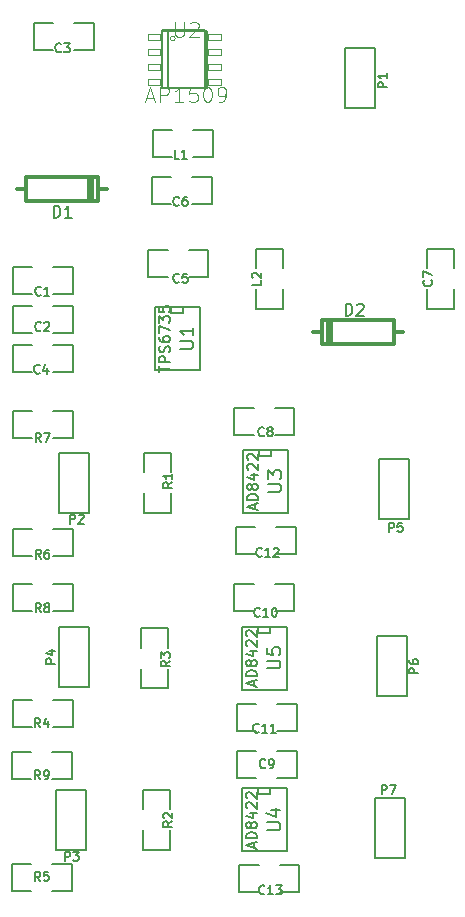
<source format=gto>
G04 (created by PCBNEW-RS274X (2011-05-25)-stable) date lun 09 dic 2013 14:07:25 CLST*
G01*
G70*
G90*
%MOIN*%
G04 Gerber Fmt 3.4, Leading zero omitted, Abs format*
%FSLAX34Y34*%
G04 APERTURE LIST*
%ADD10C,0.006000*%
%ADD11C,0.005000*%
%ADD12C,0.012000*%
%ADD13C,0.002600*%
%ADD14C,0.008000*%
%ADD15C,0.002500*%
%ADD16C,0.003500*%
G04 APERTURE END LIST*
G54D10*
G54D11*
X43489Y-47784D02*
X43439Y-47784D01*
X43439Y-47784D02*
X43439Y-49884D01*
X44939Y-49884D02*
X44939Y-47784D01*
X44939Y-47784D02*
X43489Y-47784D01*
X44389Y-47784D02*
X44389Y-47984D01*
X44389Y-47984D02*
X43989Y-47984D01*
X43989Y-47984D02*
X43989Y-47784D01*
X44939Y-49884D02*
X43439Y-49884D01*
X46387Y-58438D02*
X46337Y-58438D01*
X46337Y-58438D02*
X46337Y-60538D01*
X47837Y-60538D02*
X47837Y-58438D01*
X47837Y-58438D02*
X46387Y-58438D01*
X47287Y-58438D02*
X47287Y-58638D01*
X47287Y-58638D02*
X46887Y-58638D01*
X46887Y-58638D02*
X46887Y-58438D01*
X47837Y-60538D02*
X46337Y-60538D01*
X46387Y-63832D02*
X46337Y-63832D01*
X46337Y-63832D02*
X46337Y-65932D01*
X47837Y-65932D02*
X47837Y-63832D01*
X47837Y-63832D02*
X46387Y-63832D01*
X47287Y-63832D02*
X47287Y-64032D01*
X47287Y-64032D02*
X46887Y-64032D01*
X46887Y-64032D02*
X46887Y-63832D01*
X47837Y-65932D02*
X46337Y-65932D01*
X46421Y-52545D02*
X46371Y-52545D01*
X46371Y-52545D02*
X46371Y-54645D01*
X47871Y-54645D02*
X47871Y-52545D01*
X47871Y-52545D02*
X46421Y-52545D01*
X47321Y-52545D02*
X47321Y-52745D01*
X47321Y-52745D02*
X46921Y-52745D01*
X46921Y-52745D02*
X46921Y-52545D01*
X47871Y-54645D02*
X46371Y-54645D01*
X43981Y-52635D02*
X43081Y-52635D01*
X43081Y-52635D02*
X43081Y-53285D01*
X43981Y-53985D02*
X43981Y-54635D01*
X43981Y-54635D02*
X43081Y-54635D01*
X43081Y-54635D02*
X43081Y-53985D01*
X43981Y-53285D02*
X43981Y-52635D01*
X46086Y-51165D02*
X46086Y-52065D01*
X46086Y-52065D02*
X46736Y-52065D01*
X47436Y-51165D02*
X48086Y-51165D01*
X48086Y-51165D02*
X48086Y-52065D01*
X48086Y-52065D02*
X47436Y-52065D01*
X46736Y-51165D02*
X46086Y-51165D01*
X46087Y-57030D02*
X46087Y-57930D01*
X46087Y-57930D02*
X46737Y-57930D01*
X47437Y-57030D02*
X48087Y-57030D01*
X48087Y-57030D02*
X48087Y-57930D01*
X48087Y-57930D02*
X47437Y-57930D01*
X46737Y-57030D02*
X46087Y-57030D01*
X46165Y-62581D02*
X46165Y-63481D01*
X46165Y-63481D02*
X46815Y-63481D01*
X47515Y-62581D02*
X48165Y-62581D01*
X48165Y-62581D02*
X48165Y-63481D01*
X48165Y-63481D02*
X47515Y-63481D01*
X46815Y-62581D02*
X46165Y-62581D01*
X46244Y-66400D02*
X46244Y-67300D01*
X46244Y-67300D02*
X46894Y-67300D01*
X47594Y-66400D02*
X48244Y-66400D01*
X48244Y-66400D02*
X48244Y-67300D01*
X48244Y-67300D02*
X47594Y-67300D01*
X46894Y-66400D02*
X46244Y-66400D01*
X46126Y-55102D02*
X46126Y-56002D01*
X46126Y-56002D02*
X46776Y-56002D01*
X47476Y-55102D02*
X48126Y-55102D01*
X48126Y-55102D02*
X48126Y-56002D01*
X48126Y-56002D02*
X47476Y-56002D01*
X46776Y-55102D02*
X46126Y-55102D01*
X46165Y-61007D02*
X46165Y-61907D01*
X46165Y-61907D02*
X46815Y-61907D01*
X47515Y-61007D02*
X48165Y-61007D01*
X48165Y-61007D02*
X48165Y-61907D01*
X48165Y-61907D02*
X47515Y-61907D01*
X46815Y-61007D02*
X46165Y-61007D01*
X43875Y-58488D02*
X42975Y-58488D01*
X42975Y-58488D02*
X42975Y-59138D01*
X43875Y-59838D02*
X43875Y-60488D01*
X43875Y-60488D02*
X42975Y-60488D01*
X42975Y-60488D02*
X42975Y-59838D01*
X43875Y-59138D02*
X43875Y-58488D01*
X43954Y-63882D02*
X43054Y-63882D01*
X43054Y-63882D02*
X43054Y-64532D01*
X43954Y-65232D02*
X43954Y-65882D01*
X43954Y-65882D02*
X43054Y-65882D01*
X43054Y-65882D02*
X43054Y-65232D01*
X43954Y-64532D02*
X43954Y-63882D01*
X53402Y-45850D02*
X52502Y-45850D01*
X52502Y-45850D02*
X52502Y-46500D01*
X53402Y-47200D02*
X53402Y-47850D01*
X53402Y-47850D02*
X52502Y-47850D01*
X52502Y-47850D02*
X52502Y-47200D01*
X53402Y-46500D02*
X53402Y-45850D01*
X38704Y-46467D02*
X38704Y-47367D01*
X38704Y-47367D02*
X39354Y-47367D01*
X40054Y-46467D02*
X40704Y-46467D01*
X40704Y-46467D02*
X40704Y-47367D01*
X40704Y-47367D02*
X40054Y-47367D01*
X39354Y-46467D02*
X38704Y-46467D01*
X38704Y-47758D02*
X38704Y-48658D01*
X38704Y-48658D02*
X39354Y-48658D01*
X40054Y-47758D02*
X40704Y-47758D01*
X40704Y-47758D02*
X40704Y-48658D01*
X40704Y-48658D02*
X40054Y-48658D01*
X39354Y-47758D02*
X38704Y-47758D01*
X38704Y-49057D02*
X38704Y-49957D01*
X38704Y-49957D02*
X39354Y-49957D01*
X40054Y-49057D02*
X40704Y-49057D01*
X40704Y-49057D02*
X40704Y-49957D01*
X40704Y-49957D02*
X40054Y-49957D01*
X39354Y-49057D02*
X38704Y-49057D01*
X47694Y-45850D02*
X46794Y-45850D01*
X46794Y-45850D02*
X46794Y-46500D01*
X47694Y-47200D02*
X47694Y-47850D01*
X47694Y-47850D02*
X46794Y-47850D01*
X46794Y-47850D02*
X46794Y-47200D01*
X47694Y-46500D02*
X47694Y-45850D01*
X43212Y-45888D02*
X43212Y-46788D01*
X43212Y-46788D02*
X43862Y-46788D01*
X44562Y-45888D02*
X45212Y-45888D01*
X45212Y-45888D02*
X45212Y-46788D01*
X45212Y-46788D02*
X44562Y-46788D01*
X43862Y-45888D02*
X43212Y-45888D01*
X43371Y-41873D02*
X43371Y-42773D01*
X43371Y-42773D02*
X44021Y-42773D01*
X44721Y-41873D02*
X45371Y-41873D01*
X45371Y-41873D02*
X45371Y-42773D01*
X45371Y-42773D02*
X44721Y-42773D01*
X44021Y-41873D02*
X43371Y-41873D01*
X43332Y-43448D02*
X43332Y-44348D01*
X43332Y-44348D02*
X43982Y-44348D01*
X44682Y-43448D02*
X45332Y-43448D01*
X45332Y-43448D02*
X45332Y-44348D01*
X45332Y-44348D02*
X44682Y-44348D01*
X43982Y-43448D02*
X43332Y-43448D01*
X39395Y-38330D02*
X39395Y-39230D01*
X39395Y-39230D02*
X40045Y-39230D01*
X40745Y-38330D02*
X41395Y-38330D01*
X41395Y-38330D02*
X41395Y-39230D01*
X41395Y-39230D02*
X40745Y-39230D01*
X40045Y-38330D02*
X39395Y-38330D01*
G54D10*
X50917Y-52859D02*
X51917Y-52859D01*
X51917Y-52859D02*
X51917Y-54859D01*
X51917Y-54859D02*
X50917Y-54859D01*
X50917Y-54859D02*
X50917Y-52859D01*
X50839Y-58764D02*
X51839Y-58764D01*
X51839Y-58764D02*
X51839Y-60764D01*
X51839Y-60764D02*
X50839Y-60764D01*
X50839Y-60764D02*
X50839Y-58764D01*
X50760Y-64157D02*
X51760Y-64157D01*
X51760Y-64157D02*
X51760Y-66157D01*
X51760Y-66157D02*
X50760Y-66157D01*
X50760Y-66157D02*
X50760Y-64157D01*
X41248Y-60449D02*
X40248Y-60449D01*
X40248Y-60449D02*
X40248Y-58449D01*
X40248Y-58449D02*
X41248Y-58449D01*
X41248Y-58449D02*
X41248Y-60449D01*
X50776Y-41157D02*
X49776Y-41157D01*
X49776Y-41157D02*
X49776Y-39157D01*
X49776Y-39157D02*
X50776Y-39157D01*
X50776Y-39157D02*
X50776Y-41157D01*
X41248Y-54662D02*
X40248Y-54662D01*
X40248Y-54662D02*
X40248Y-52662D01*
X40248Y-52662D02*
X41248Y-52662D01*
X41248Y-52662D02*
X41248Y-54662D01*
X41130Y-65882D02*
X40130Y-65882D01*
X40130Y-65882D02*
X40130Y-63882D01*
X40130Y-63882D02*
X41130Y-63882D01*
X41130Y-63882D02*
X41130Y-65882D01*
G54D12*
X41854Y-43858D02*
X41554Y-43858D01*
X41554Y-43858D02*
X41554Y-43458D01*
X41554Y-43458D02*
X39154Y-43458D01*
X39154Y-43458D02*
X39154Y-43858D01*
X39154Y-43858D02*
X38854Y-43858D01*
X39154Y-43858D02*
X39154Y-44258D01*
X39154Y-44258D02*
X41554Y-44258D01*
X41554Y-44258D02*
X41554Y-43858D01*
X41354Y-43458D02*
X41354Y-44258D01*
X41254Y-44258D02*
X41254Y-43458D01*
X48696Y-48622D02*
X48996Y-48622D01*
X48996Y-48622D02*
X48996Y-49022D01*
X48996Y-49022D02*
X51396Y-49022D01*
X51396Y-49022D02*
X51396Y-48622D01*
X51396Y-48622D02*
X51696Y-48622D01*
X51396Y-48622D02*
X51396Y-48222D01*
X51396Y-48222D02*
X48996Y-48222D01*
X48996Y-48222D02*
X48996Y-48622D01*
X49196Y-49022D02*
X49196Y-48222D01*
X49296Y-48222D02*
X49296Y-49022D01*
G54D13*
X43191Y-38682D02*
X43191Y-38875D01*
X43191Y-38875D02*
X43624Y-38875D01*
X43624Y-38682D02*
X43624Y-38875D01*
X43191Y-38682D02*
X43624Y-38682D01*
X43191Y-39182D02*
X43191Y-39375D01*
X43191Y-39375D02*
X43624Y-39375D01*
X43624Y-39182D02*
X43624Y-39375D01*
X43191Y-39182D02*
X43624Y-39182D01*
X43191Y-39681D02*
X43191Y-39874D01*
X43191Y-39874D02*
X43624Y-39874D01*
X43624Y-39681D02*
X43624Y-39874D01*
X43191Y-39681D02*
X43624Y-39681D01*
X43191Y-40181D02*
X43191Y-40374D01*
X43191Y-40374D02*
X43624Y-40374D01*
X43624Y-40181D02*
X43624Y-40374D01*
X43191Y-40181D02*
X43624Y-40181D01*
X45198Y-40181D02*
X45198Y-40374D01*
X45198Y-40374D02*
X45631Y-40374D01*
X45631Y-40181D02*
X45631Y-40374D01*
X45198Y-40181D02*
X45631Y-40181D01*
X45198Y-39681D02*
X45198Y-39874D01*
X45198Y-39874D02*
X45631Y-39874D01*
X45631Y-39681D02*
X45631Y-39874D01*
X45198Y-39681D02*
X45631Y-39681D01*
X45198Y-39182D02*
X45198Y-39375D01*
X45198Y-39375D02*
X45631Y-39375D01*
X45631Y-39182D02*
X45631Y-39375D01*
X45198Y-39182D02*
X45631Y-39182D01*
X45198Y-38682D02*
X45198Y-38875D01*
X45198Y-38875D02*
X45631Y-38875D01*
X45631Y-38682D02*
X45631Y-38875D01*
X45198Y-38682D02*
X45631Y-38682D01*
G54D14*
X45159Y-40472D02*
X43860Y-40472D01*
X43860Y-40472D02*
X43663Y-40472D01*
X43663Y-40472D02*
X43663Y-38584D01*
X43663Y-38584D02*
X43860Y-38584D01*
X43860Y-38584D02*
X45159Y-38584D01*
X45159Y-38584D02*
X45159Y-40472D01*
X43860Y-40472D02*
X43860Y-38584D01*
G54D11*
X45119Y-38544D02*
X45119Y-40472D01*
X45119Y-40472D02*
X43663Y-40472D01*
X43663Y-40472D02*
X43663Y-38544D01*
X43663Y-38544D02*
X45119Y-38544D01*
G54D15*
X44095Y-38820D02*
X44093Y-38834D01*
X44089Y-38849D01*
X44082Y-38862D01*
X44072Y-38874D01*
X44061Y-38883D01*
X44047Y-38890D01*
X44033Y-38895D01*
X44018Y-38896D01*
X44004Y-38895D01*
X43990Y-38891D01*
X43976Y-38884D01*
X43965Y-38875D01*
X43955Y-38863D01*
X43948Y-38850D01*
X43943Y-38836D01*
X43942Y-38821D01*
X43943Y-38807D01*
X43947Y-38792D01*
X43954Y-38779D01*
X43963Y-38767D01*
X43975Y-38757D01*
X43988Y-38750D01*
X44002Y-38745D01*
X44017Y-38744D01*
X44031Y-38745D01*
X44045Y-38749D01*
X44059Y-38755D01*
X44071Y-38765D01*
X44080Y-38776D01*
X44088Y-38789D01*
X44093Y-38803D01*
X44094Y-38818D01*
X44095Y-38820D01*
G54D11*
X40669Y-63525D02*
X40669Y-62625D01*
X40669Y-62625D02*
X40019Y-62625D01*
X39319Y-63525D02*
X38669Y-63525D01*
X38669Y-63525D02*
X38669Y-62625D01*
X38669Y-62625D02*
X39319Y-62625D01*
X40019Y-63525D02*
X40669Y-63525D01*
X40701Y-57926D02*
X40701Y-57026D01*
X40701Y-57026D02*
X40051Y-57026D01*
X39351Y-57926D02*
X38701Y-57926D01*
X38701Y-57926D02*
X38701Y-57026D01*
X38701Y-57026D02*
X39351Y-57026D01*
X40051Y-57926D02*
X40701Y-57926D01*
X40701Y-52167D02*
X40701Y-51267D01*
X40701Y-51267D02*
X40051Y-51267D01*
X39351Y-52167D02*
X38701Y-52167D01*
X38701Y-52167D02*
X38701Y-51267D01*
X38701Y-51267D02*
X39351Y-51267D01*
X40051Y-52167D02*
X40701Y-52167D01*
X40669Y-67241D02*
X40669Y-66341D01*
X40669Y-66341D02*
X40019Y-66341D01*
X39319Y-67241D02*
X38669Y-67241D01*
X38669Y-67241D02*
X38669Y-66341D01*
X38669Y-66341D02*
X39319Y-66341D01*
X40019Y-67241D02*
X40669Y-67241D01*
X40701Y-61769D02*
X40701Y-60869D01*
X40701Y-60869D02*
X40051Y-60869D01*
X39351Y-61769D02*
X38701Y-61769D01*
X38701Y-61769D02*
X38701Y-60869D01*
X38701Y-60869D02*
X39351Y-60869D01*
X40051Y-61769D02*
X40701Y-61769D01*
X40701Y-56100D02*
X40701Y-55200D01*
X40701Y-55200D02*
X40051Y-55200D01*
X39351Y-56100D02*
X38701Y-56100D01*
X38701Y-56100D02*
X38701Y-55200D01*
X38701Y-55200D02*
X39351Y-55200D01*
X40051Y-56100D02*
X40701Y-56100D01*
G54D10*
X44271Y-49177D02*
X44635Y-49177D01*
X44678Y-49155D01*
X44700Y-49134D01*
X44721Y-49091D01*
X44721Y-49005D01*
X44700Y-48963D01*
X44678Y-48941D01*
X44635Y-48920D01*
X44271Y-48920D01*
X44721Y-48470D02*
X44721Y-48727D01*
X44721Y-48599D02*
X44271Y-48599D01*
X44335Y-48642D01*
X44378Y-48684D01*
X44400Y-48727D01*
X43581Y-49942D02*
X43581Y-49742D01*
X43931Y-49842D02*
X43581Y-49842D01*
X43931Y-49625D02*
X43581Y-49625D01*
X43581Y-49491D01*
X43597Y-49458D01*
X43614Y-49441D01*
X43647Y-49425D01*
X43697Y-49425D01*
X43731Y-49441D01*
X43747Y-49458D01*
X43764Y-49491D01*
X43764Y-49625D01*
X43914Y-49291D02*
X43931Y-49241D01*
X43931Y-49158D01*
X43914Y-49125D01*
X43897Y-49108D01*
X43864Y-49091D01*
X43831Y-49091D01*
X43797Y-49108D01*
X43781Y-49125D01*
X43764Y-49158D01*
X43747Y-49225D01*
X43731Y-49258D01*
X43714Y-49275D01*
X43681Y-49291D01*
X43647Y-49291D01*
X43614Y-49275D01*
X43597Y-49258D01*
X43581Y-49225D01*
X43581Y-49141D01*
X43597Y-49091D01*
X43581Y-48792D02*
X43581Y-48858D01*
X43597Y-48892D01*
X43614Y-48908D01*
X43664Y-48942D01*
X43731Y-48958D01*
X43864Y-48958D01*
X43897Y-48942D01*
X43914Y-48925D01*
X43931Y-48892D01*
X43931Y-48825D01*
X43914Y-48792D01*
X43897Y-48775D01*
X43864Y-48758D01*
X43781Y-48758D01*
X43747Y-48775D01*
X43731Y-48792D01*
X43714Y-48825D01*
X43714Y-48892D01*
X43731Y-48925D01*
X43747Y-48942D01*
X43781Y-48958D01*
X43581Y-48642D02*
X43581Y-48409D01*
X43931Y-48559D01*
X43581Y-48309D02*
X43581Y-48092D01*
X43714Y-48209D01*
X43714Y-48159D01*
X43731Y-48126D01*
X43747Y-48109D01*
X43781Y-48092D01*
X43864Y-48092D01*
X43897Y-48109D01*
X43914Y-48126D01*
X43931Y-48159D01*
X43931Y-48259D01*
X43914Y-48292D01*
X43897Y-48309D01*
X43581Y-47776D02*
X43581Y-47943D01*
X43747Y-47959D01*
X43731Y-47943D01*
X43714Y-47909D01*
X43714Y-47826D01*
X43731Y-47793D01*
X43747Y-47776D01*
X43781Y-47759D01*
X43864Y-47759D01*
X43897Y-47776D01*
X43914Y-47793D01*
X43931Y-47826D01*
X43931Y-47909D01*
X43914Y-47943D01*
X43897Y-47959D01*
X47169Y-59831D02*
X47533Y-59831D01*
X47576Y-59809D01*
X47598Y-59788D01*
X47619Y-59745D01*
X47619Y-59659D01*
X47598Y-59617D01*
X47576Y-59595D01*
X47533Y-59574D01*
X47169Y-59574D01*
X47169Y-59146D02*
X47169Y-59360D01*
X47383Y-59381D01*
X47362Y-59360D01*
X47341Y-59317D01*
X47341Y-59210D01*
X47362Y-59167D01*
X47383Y-59146D01*
X47426Y-59124D01*
X47533Y-59124D01*
X47576Y-59146D01*
X47598Y-59167D01*
X47619Y-59210D01*
X47619Y-59317D01*
X47598Y-59360D01*
X47576Y-59381D01*
X46729Y-60412D02*
X46729Y-60246D01*
X46829Y-60446D02*
X46479Y-60329D01*
X46829Y-60212D01*
X46829Y-60096D02*
X46479Y-60096D01*
X46479Y-60012D01*
X46495Y-59962D01*
X46529Y-59929D01*
X46562Y-59912D01*
X46629Y-59896D01*
X46679Y-59896D01*
X46745Y-59912D01*
X46779Y-59929D01*
X46812Y-59962D01*
X46829Y-60012D01*
X46829Y-60096D01*
X46629Y-59696D02*
X46612Y-59729D01*
X46595Y-59746D01*
X46562Y-59762D01*
X46545Y-59762D01*
X46512Y-59746D01*
X46495Y-59729D01*
X46479Y-59696D01*
X46479Y-59629D01*
X46495Y-59596D01*
X46512Y-59579D01*
X46545Y-59562D01*
X46562Y-59562D01*
X46595Y-59579D01*
X46612Y-59596D01*
X46629Y-59629D01*
X46629Y-59696D01*
X46645Y-59729D01*
X46662Y-59746D01*
X46695Y-59762D01*
X46762Y-59762D01*
X46795Y-59746D01*
X46812Y-59729D01*
X46829Y-59696D01*
X46829Y-59629D01*
X46812Y-59596D01*
X46795Y-59579D01*
X46762Y-59562D01*
X46695Y-59562D01*
X46662Y-59579D01*
X46645Y-59596D01*
X46629Y-59629D01*
X46595Y-59263D02*
X46829Y-59263D01*
X46462Y-59346D02*
X46712Y-59429D01*
X46712Y-59213D01*
X46512Y-59096D02*
X46495Y-59080D01*
X46479Y-59046D01*
X46479Y-58963D01*
X46495Y-58930D01*
X46512Y-58913D01*
X46545Y-58896D01*
X46579Y-58896D01*
X46629Y-58913D01*
X46829Y-59113D01*
X46829Y-58896D01*
X46512Y-58763D02*
X46495Y-58747D01*
X46479Y-58713D01*
X46479Y-58630D01*
X46495Y-58597D01*
X46512Y-58580D01*
X46545Y-58563D01*
X46579Y-58563D01*
X46629Y-58580D01*
X46829Y-58780D01*
X46829Y-58563D01*
X47169Y-65225D02*
X47533Y-65225D01*
X47576Y-65203D01*
X47598Y-65182D01*
X47619Y-65139D01*
X47619Y-65053D01*
X47598Y-65011D01*
X47576Y-64989D01*
X47533Y-64968D01*
X47169Y-64968D01*
X47319Y-64561D02*
X47619Y-64561D01*
X47148Y-64668D02*
X47469Y-64775D01*
X47469Y-64497D01*
X46729Y-65806D02*
X46729Y-65640D01*
X46829Y-65840D02*
X46479Y-65723D01*
X46829Y-65606D01*
X46829Y-65490D02*
X46479Y-65490D01*
X46479Y-65406D01*
X46495Y-65356D01*
X46529Y-65323D01*
X46562Y-65306D01*
X46629Y-65290D01*
X46679Y-65290D01*
X46745Y-65306D01*
X46779Y-65323D01*
X46812Y-65356D01*
X46829Y-65406D01*
X46829Y-65490D01*
X46629Y-65090D02*
X46612Y-65123D01*
X46595Y-65140D01*
X46562Y-65156D01*
X46545Y-65156D01*
X46512Y-65140D01*
X46495Y-65123D01*
X46479Y-65090D01*
X46479Y-65023D01*
X46495Y-64990D01*
X46512Y-64973D01*
X46545Y-64956D01*
X46562Y-64956D01*
X46595Y-64973D01*
X46612Y-64990D01*
X46629Y-65023D01*
X46629Y-65090D01*
X46645Y-65123D01*
X46662Y-65140D01*
X46695Y-65156D01*
X46762Y-65156D01*
X46795Y-65140D01*
X46812Y-65123D01*
X46829Y-65090D01*
X46829Y-65023D01*
X46812Y-64990D01*
X46795Y-64973D01*
X46762Y-64956D01*
X46695Y-64956D01*
X46662Y-64973D01*
X46645Y-64990D01*
X46629Y-65023D01*
X46595Y-64657D02*
X46829Y-64657D01*
X46462Y-64740D02*
X46712Y-64823D01*
X46712Y-64607D01*
X46512Y-64490D02*
X46495Y-64474D01*
X46479Y-64440D01*
X46479Y-64357D01*
X46495Y-64324D01*
X46512Y-64307D01*
X46545Y-64290D01*
X46579Y-64290D01*
X46629Y-64307D01*
X46829Y-64507D01*
X46829Y-64290D01*
X46512Y-64157D02*
X46495Y-64141D01*
X46479Y-64107D01*
X46479Y-64024D01*
X46495Y-63991D01*
X46512Y-63974D01*
X46545Y-63957D01*
X46579Y-63957D01*
X46629Y-63974D01*
X46829Y-64174D01*
X46829Y-63957D01*
X47203Y-53938D02*
X47567Y-53938D01*
X47610Y-53916D01*
X47632Y-53895D01*
X47653Y-53852D01*
X47653Y-53766D01*
X47632Y-53724D01*
X47610Y-53702D01*
X47567Y-53681D01*
X47203Y-53681D01*
X47203Y-53510D02*
X47203Y-53231D01*
X47375Y-53381D01*
X47375Y-53317D01*
X47396Y-53274D01*
X47417Y-53253D01*
X47460Y-53231D01*
X47567Y-53231D01*
X47610Y-53253D01*
X47632Y-53274D01*
X47653Y-53317D01*
X47653Y-53445D01*
X47632Y-53488D01*
X47610Y-53510D01*
X46763Y-54519D02*
X46763Y-54353D01*
X46863Y-54553D02*
X46513Y-54436D01*
X46863Y-54319D01*
X46863Y-54203D02*
X46513Y-54203D01*
X46513Y-54119D01*
X46529Y-54069D01*
X46563Y-54036D01*
X46596Y-54019D01*
X46663Y-54003D01*
X46713Y-54003D01*
X46779Y-54019D01*
X46813Y-54036D01*
X46846Y-54069D01*
X46863Y-54119D01*
X46863Y-54203D01*
X46663Y-53803D02*
X46646Y-53836D01*
X46629Y-53853D01*
X46596Y-53869D01*
X46579Y-53869D01*
X46546Y-53853D01*
X46529Y-53836D01*
X46513Y-53803D01*
X46513Y-53736D01*
X46529Y-53703D01*
X46546Y-53686D01*
X46579Y-53669D01*
X46596Y-53669D01*
X46629Y-53686D01*
X46646Y-53703D01*
X46663Y-53736D01*
X46663Y-53803D01*
X46679Y-53836D01*
X46696Y-53853D01*
X46729Y-53869D01*
X46796Y-53869D01*
X46829Y-53853D01*
X46846Y-53836D01*
X46863Y-53803D01*
X46863Y-53736D01*
X46846Y-53703D01*
X46829Y-53686D01*
X46796Y-53669D01*
X46729Y-53669D01*
X46696Y-53686D01*
X46679Y-53703D01*
X46663Y-53736D01*
X46629Y-53370D02*
X46863Y-53370D01*
X46496Y-53453D02*
X46746Y-53536D01*
X46746Y-53320D01*
X46546Y-53203D02*
X46529Y-53187D01*
X46513Y-53153D01*
X46513Y-53070D01*
X46529Y-53037D01*
X46546Y-53020D01*
X46579Y-53003D01*
X46613Y-53003D01*
X46663Y-53020D01*
X46863Y-53220D01*
X46863Y-53003D01*
X46546Y-52870D02*
X46529Y-52854D01*
X46513Y-52820D01*
X46513Y-52737D01*
X46529Y-52704D01*
X46546Y-52687D01*
X46579Y-52670D01*
X46613Y-52670D01*
X46663Y-52687D01*
X46863Y-52887D01*
X46863Y-52670D01*
G54D11*
X44019Y-53633D02*
X43877Y-53733D01*
X44019Y-53805D02*
X43719Y-53805D01*
X43719Y-53690D01*
X43734Y-53662D01*
X43748Y-53647D01*
X43777Y-53633D01*
X43819Y-53633D01*
X43848Y-53647D01*
X43862Y-53662D01*
X43877Y-53690D01*
X43877Y-53805D01*
X44019Y-53347D02*
X44019Y-53519D01*
X44019Y-53433D02*
X43719Y-53433D01*
X43762Y-53462D01*
X43791Y-53490D01*
X43805Y-53519D01*
X47075Y-52062D02*
X47061Y-52076D01*
X47018Y-52090D01*
X46989Y-52090D01*
X46946Y-52076D01*
X46918Y-52048D01*
X46903Y-52019D01*
X46889Y-51962D01*
X46889Y-51919D01*
X46903Y-51862D01*
X46918Y-51833D01*
X46946Y-51805D01*
X46989Y-51790D01*
X47018Y-51790D01*
X47061Y-51805D01*
X47075Y-51819D01*
X47246Y-51919D02*
X47218Y-51905D01*
X47203Y-51890D01*
X47189Y-51862D01*
X47189Y-51848D01*
X47203Y-51819D01*
X47218Y-51805D01*
X47246Y-51790D01*
X47303Y-51790D01*
X47332Y-51805D01*
X47346Y-51819D01*
X47361Y-51848D01*
X47361Y-51862D01*
X47346Y-51890D01*
X47332Y-51905D01*
X47303Y-51919D01*
X47246Y-51919D01*
X47218Y-51933D01*
X47203Y-51948D01*
X47189Y-51976D01*
X47189Y-52033D01*
X47203Y-52062D01*
X47218Y-52076D01*
X47246Y-52090D01*
X47303Y-52090D01*
X47332Y-52076D01*
X47346Y-52062D01*
X47361Y-52033D01*
X47361Y-51976D01*
X47346Y-51948D01*
X47332Y-51933D01*
X47303Y-51919D01*
X46933Y-58085D02*
X46919Y-58099D01*
X46876Y-58113D01*
X46847Y-58113D01*
X46804Y-58099D01*
X46776Y-58071D01*
X46761Y-58042D01*
X46747Y-57985D01*
X46747Y-57942D01*
X46761Y-57885D01*
X46776Y-57856D01*
X46804Y-57828D01*
X46847Y-57813D01*
X46876Y-57813D01*
X46919Y-57828D01*
X46933Y-57842D01*
X47219Y-58113D02*
X47047Y-58113D01*
X47133Y-58113D02*
X47133Y-57813D01*
X47104Y-57856D01*
X47076Y-57885D01*
X47047Y-57899D01*
X47405Y-57813D02*
X47433Y-57813D01*
X47462Y-57828D01*
X47476Y-57842D01*
X47490Y-57871D01*
X47505Y-57928D01*
X47505Y-57999D01*
X47490Y-58056D01*
X47476Y-58085D01*
X47462Y-58099D01*
X47433Y-58113D01*
X47405Y-58113D01*
X47376Y-58099D01*
X47362Y-58085D01*
X47347Y-58056D01*
X47333Y-57999D01*
X47333Y-57928D01*
X47347Y-57871D01*
X47362Y-57842D01*
X47376Y-57828D01*
X47405Y-57813D01*
X47115Y-63124D02*
X47101Y-63138D01*
X47058Y-63152D01*
X47029Y-63152D01*
X46986Y-63138D01*
X46958Y-63110D01*
X46943Y-63081D01*
X46929Y-63024D01*
X46929Y-62981D01*
X46943Y-62924D01*
X46958Y-62895D01*
X46986Y-62867D01*
X47029Y-62852D01*
X47058Y-62852D01*
X47101Y-62867D01*
X47115Y-62881D01*
X47258Y-63152D02*
X47315Y-63152D01*
X47343Y-63138D01*
X47358Y-63124D01*
X47386Y-63081D01*
X47401Y-63024D01*
X47401Y-62910D01*
X47386Y-62881D01*
X47372Y-62867D01*
X47343Y-62852D01*
X47286Y-62852D01*
X47258Y-62867D01*
X47243Y-62881D01*
X47229Y-62910D01*
X47229Y-62981D01*
X47243Y-63010D01*
X47258Y-63024D01*
X47286Y-63038D01*
X47343Y-63038D01*
X47372Y-63024D01*
X47386Y-63010D01*
X47401Y-62981D01*
X47090Y-67337D02*
X47076Y-67351D01*
X47033Y-67365D01*
X47004Y-67365D01*
X46961Y-67351D01*
X46933Y-67323D01*
X46918Y-67294D01*
X46904Y-67237D01*
X46904Y-67194D01*
X46918Y-67137D01*
X46933Y-67108D01*
X46961Y-67080D01*
X47004Y-67065D01*
X47033Y-67065D01*
X47076Y-67080D01*
X47090Y-67094D01*
X47376Y-67365D02*
X47204Y-67365D01*
X47290Y-67365D02*
X47290Y-67065D01*
X47261Y-67108D01*
X47233Y-67137D01*
X47204Y-67151D01*
X47476Y-67065D02*
X47662Y-67065D01*
X47562Y-67180D01*
X47604Y-67180D01*
X47633Y-67194D01*
X47647Y-67208D01*
X47662Y-67237D01*
X47662Y-67308D01*
X47647Y-67337D01*
X47633Y-67351D01*
X47604Y-67365D01*
X47519Y-67365D01*
X47490Y-67351D01*
X47476Y-67337D01*
X47000Y-56082D02*
X46986Y-56096D01*
X46943Y-56110D01*
X46914Y-56110D01*
X46871Y-56096D01*
X46843Y-56068D01*
X46828Y-56039D01*
X46814Y-55982D01*
X46814Y-55939D01*
X46828Y-55882D01*
X46843Y-55853D01*
X46871Y-55825D01*
X46914Y-55810D01*
X46943Y-55810D01*
X46986Y-55825D01*
X47000Y-55839D01*
X47286Y-56110D02*
X47114Y-56110D01*
X47200Y-56110D02*
X47200Y-55810D01*
X47171Y-55853D01*
X47143Y-55882D01*
X47114Y-55896D01*
X47400Y-55839D02*
X47414Y-55825D01*
X47443Y-55810D01*
X47514Y-55810D01*
X47543Y-55825D01*
X47557Y-55839D01*
X47572Y-55868D01*
X47572Y-55896D01*
X47557Y-55939D01*
X47386Y-56110D01*
X47572Y-56110D01*
X46894Y-61944D02*
X46880Y-61958D01*
X46837Y-61972D01*
X46808Y-61972D01*
X46765Y-61958D01*
X46737Y-61930D01*
X46722Y-61901D01*
X46708Y-61844D01*
X46708Y-61801D01*
X46722Y-61744D01*
X46737Y-61715D01*
X46765Y-61687D01*
X46808Y-61672D01*
X46837Y-61672D01*
X46880Y-61687D01*
X46894Y-61701D01*
X47180Y-61972D02*
X47008Y-61972D01*
X47094Y-61972D02*
X47094Y-61672D01*
X47065Y-61715D01*
X47037Y-61744D01*
X47008Y-61758D01*
X47466Y-61972D02*
X47294Y-61972D01*
X47380Y-61972D02*
X47380Y-61672D01*
X47351Y-61715D01*
X47323Y-61744D01*
X47294Y-61758D01*
X43940Y-59578D02*
X43798Y-59678D01*
X43940Y-59750D02*
X43640Y-59750D01*
X43640Y-59635D01*
X43655Y-59607D01*
X43669Y-59592D01*
X43698Y-59578D01*
X43740Y-59578D01*
X43769Y-59592D01*
X43783Y-59607D01*
X43798Y-59635D01*
X43798Y-59750D01*
X43640Y-59478D02*
X43640Y-59292D01*
X43755Y-59392D01*
X43755Y-59350D01*
X43769Y-59321D01*
X43783Y-59307D01*
X43812Y-59292D01*
X43883Y-59292D01*
X43912Y-59307D01*
X43926Y-59321D01*
X43940Y-59350D01*
X43940Y-59435D01*
X43926Y-59464D01*
X43912Y-59478D01*
X44018Y-64932D02*
X43876Y-65032D01*
X44018Y-65104D02*
X43718Y-65104D01*
X43718Y-64989D01*
X43733Y-64961D01*
X43747Y-64946D01*
X43776Y-64932D01*
X43818Y-64932D01*
X43847Y-64946D01*
X43861Y-64961D01*
X43876Y-64989D01*
X43876Y-65104D01*
X43747Y-64818D02*
X43733Y-64804D01*
X43718Y-64775D01*
X43718Y-64704D01*
X43733Y-64675D01*
X43747Y-64661D01*
X43776Y-64646D01*
X43804Y-64646D01*
X43847Y-64661D01*
X44018Y-64832D01*
X44018Y-64646D01*
X52652Y-46900D02*
X52666Y-46914D01*
X52680Y-46957D01*
X52680Y-46986D01*
X52666Y-47029D01*
X52638Y-47057D01*
X52609Y-47072D01*
X52552Y-47086D01*
X52509Y-47086D01*
X52452Y-47072D01*
X52423Y-47057D01*
X52395Y-47029D01*
X52380Y-46986D01*
X52380Y-46957D01*
X52395Y-46914D01*
X52409Y-46900D01*
X52380Y-46800D02*
X52380Y-46600D01*
X52680Y-46729D01*
X39634Y-47376D02*
X39620Y-47390D01*
X39577Y-47404D01*
X39548Y-47404D01*
X39505Y-47390D01*
X39477Y-47362D01*
X39462Y-47333D01*
X39448Y-47276D01*
X39448Y-47233D01*
X39462Y-47176D01*
X39477Y-47147D01*
X39505Y-47119D01*
X39548Y-47104D01*
X39577Y-47104D01*
X39620Y-47119D01*
X39634Y-47133D01*
X39920Y-47404D02*
X39748Y-47404D01*
X39834Y-47404D02*
X39834Y-47104D01*
X39805Y-47147D01*
X39777Y-47176D01*
X39748Y-47190D01*
X39634Y-48557D02*
X39620Y-48571D01*
X39577Y-48585D01*
X39548Y-48585D01*
X39505Y-48571D01*
X39477Y-48543D01*
X39462Y-48514D01*
X39448Y-48457D01*
X39448Y-48414D01*
X39462Y-48357D01*
X39477Y-48328D01*
X39505Y-48300D01*
X39548Y-48285D01*
X39577Y-48285D01*
X39620Y-48300D01*
X39634Y-48314D01*
X39748Y-48314D02*
X39762Y-48300D01*
X39791Y-48285D01*
X39862Y-48285D01*
X39891Y-48300D01*
X39905Y-48314D01*
X39920Y-48343D01*
X39920Y-48371D01*
X39905Y-48414D01*
X39734Y-48585D01*
X39920Y-48585D01*
X39595Y-49975D02*
X39581Y-49989D01*
X39538Y-50003D01*
X39509Y-50003D01*
X39466Y-49989D01*
X39438Y-49961D01*
X39423Y-49932D01*
X39409Y-49875D01*
X39409Y-49832D01*
X39423Y-49775D01*
X39438Y-49746D01*
X39466Y-49718D01*
X39509Y-49703D01*
X39538Y-49703D01*
X39581Y-49718D01*
X39595Y-49732D01*
X39852Y-49803D02*
X39852Y-50003D01*
X39781Y-49689D02*
X39709Y-49903D01*
X39895Y-49903D01*
X46971Y-46900D02*
X46971Y-47043D01*
X46671Y-47043D01*
X46700Y-46814D02*
X46686Y-46800D01*
X46671Y-46771D01*
X46671Y-46700D01*
X46686Y-46671D01*
X46700Y-46657D01*
X46729Y-46642D01*
X46757Y-46642D01*
X46800Y-46657D01*
X46971Y-46828D01*
X46971Y-46642D01*
X44241Y-46943D02*
X44227Y-46957D01*
X44184Y-46971D01*
X44155Y-46971D01*
X44112Y-46957D01*
X44084Y-46929D01*
X44069Y-46900D01*
X44055Y-46843D01*
X44055Y-46800D01*
X44069Y-46743D01*
X44084Y-46714D01*
X44112Y-46686D01*
X44155Y-46671D01*
X44184Y-46671D01*
X44227Y-46686D01*
X44241Y-46700D01*
X44512Y-46671D02*
X44369Y-46671D01*
X44355Y-46814D01*
X44369Y-46800D01*
X44398Y-46786D01*
X44469Y-46786D01*
X44498Y-46800D01*
X44512Y-46814D01*
X44527Y-46843D01*
X44527Y-46914D01*
X44512Y-46943D01*
X44498Y-46957D01*
X44469Y-46971D01*
X44398Y-46971D01*
X44369Y-46957D01*
X44355Y-46943D01*
X44242Y-42838D02*
X44099Y-42838D01*
X44099Y-42538D01*
X44500Y-42838D02*
X44328Y-42838D01*
X44414Y-42838D02*
X44414Y-42538D01*
X44385Y-42581D01*
X44357Y-42610D01*
X44328Y-42624D01*
X44242Y-44385D02*
X44228Y-44399D01*
X44185Y-44413D01*
X44156Y-44413D01*
X44113Y-44399D01*
X44085Y-44371D01*
X44070Y-44342D01*
X44056Y-44285D01*
X44056Y-44242D01*
X44070Y-44185D01*
X44085Y-44156D01*
X44113Y-44128D01*
X44156Y-44113D01*
X44185Y-44113D01*
X44228Y-44128D01*
X44242Y-44142D01*
X44499Y-44113D02*
X44442Y-44113D01*
X44413Y-44128D01*
X44399Y-44142D01*
X44370Y-44185D01*
X44356Y-44242D01*
X44356Y-44356D01*
X44370Y-44385D01*
X44385Y-44399D01*
X44413Y-44413D01*
X44470Y-44413D01*
X44499Y-44399D01*
X44513Y-44385D01*
X44528Y-44356D01*
X44528Y-44285D01*
X44513Y-44256D01*
X44499Y-44242D01*
X44470Y-44228D01*
X44413Y-44228D01*
X44385Y-44242D01*
X44370Y-44256D01*
X44356Y-44285D01*
X40305Y-39267D02*
X40291Y-39281D01*
X40248Y-39295D01*
X40219Y-39295D01*
X40176Y-39281D01*
X40148Y-39253D01*
X40133Y-39224D01*
X40119Y-39167D01*
X40119Y-39124D01*
X40133Y-39067D01*
X40148Y-39038D01*
X40176Y-39010D01*
X40219Y-38995D01*
X40248Y-38995D01*
X40291Y-39010D01*
X40305Y-39024D01*
X40405Y-38995D02*
X40591Y-38995D01*
X40491Y-39110D01*
X40533Y-39110D01*
X40562Y-39124D01*
X40576Y-39138D01*
X40591Y-39167D01*
X40591Y-39238D01*
X40576Y-39267D01*
X40562Y-39281D01*
X40533Y-39295D01*
X40448Y-39295D01*
X40419Y-39281D01*
X40405Y-39267D01*
G54D10*
X51235Y-55279D02*
X51235Y-54979D01*
X51350Y-54979D01*
X51378Y-54994D01*
X51393Y-55008D01*
X51407Y-55037D01*
X51407Y-55079D01*
X51393Y-55108D01*
X51378Y-55122D01*
X51350Y-55137D01*
X51235Y-55137D01*
X51678Y-54979D02*
X51535Y-54979D01*
X51521Y-55122D01*
X51535Y-55108D01*
X51564Y-55094D01*
X51635Y-55094D01*
X51664Y-55108D01*
X51678Y-55122D01*
X51693Y-55151D01*
X51693Y-55222D01*
X51678Y-55251D01*
X51664Y-55265D01*
X51635Y-55279D01*
X51564Y-55279D01*
X51535Y-55265D01*
X51521Y-55251D01*
X52210Y-59986D02*
X51910Y-59986D01*
X51910Y-59871D01*
X51925Y-59843D01*
X51939Y-59828D01*
X51968Y-59814D01*
X52010Y-59814D01*
X52039Y-59828D01*
X52053Y-59843D01*
X52068Y-59871D01*
X52068Y-59986D01*
X51910Y-59557D02*
X51910Y-59614D01*
X51925Y-59643D01*
X51939Y-59657D01*
X51982Y-59686D01*
X52039Y-59700D01*
X52153Y-59700D01*
X52182Y-59686D01*
X52196Y-59671D01*
X52210Y-59643D01*
X52210Y-59586D01*
X52196Y-59557D01*
X52182Y-59543D01*
X52153Y-59528D01*
X52082Y-59528D01*
X52053Y-59543D01*
X52039Y-59557D01*
X52025Y-59586D01*
X52025Y-59643D01*
X52039Y-59671D01*
X52053Y-59686D01*
X52082Y-59700D01*
X50998Y-64019D02*
X50998Y-63719D01*
X51113Y-63719D01*
X51141Y-63734D01*
X51156Y-63748D01*
X51170Y-63777D01*
X51170Y-63819D01*
X51156Y-63848D01*
X51141Y-63862D01*
X51113Y-63877D01*
X50998Y-63877D01*
X51270Y-63719D02*
X51470Y-63719D01*
X51341Y-64019D01*
X40119Y-59671D02*
X39819Y-59671D01*
X39819Y-59556D01*
X39834Y-59528D01*
X39848Y-59513D01*
X39877Y-59499D01*
X39919Y-59499D01*
X39948Y-59513D01*
X39962Y-59528D01*
X39977Y-59556D01*
X39977Y-59671D01*
X39919Y-59242D02*
X40119Y-59242D01*
X39805Y-59313D02*
X40019Y-59385D01*
X40019Y-59199D01*
X51180Y-40450D02*
X50880Y-40450D01*
X50880Y-40335D01*
X50895Y-40307D01*
X50909Y-40292D01*
X50938Y-40278D01*
X50980Y-40278D01*
X51009Y-40292D01*
X51023Y-40307D01*
X51038Y-40335D01*
X51038Y-40450D01*
X51180Y-39992D02*
X51180Y-40164D01*
X51180Y-40078D02*
X50880Y-40078D01*
X50923Y-40107D01*
X50952Y-40135D01*
X50966Y-40164D01*
X40605Y-55003D02*
X40605Y-54703D01*
X40720Y-54703D01*
X40748Y-54718D01*
X40763Y-54732D01*
X40777Y-54761D01*
X40777Y-54803D01*
X40763Y-54832D01*
X40748Y-54846D01*
X40720Y-54861D01*
X40605Y-54861D01*
X40891Y-54732D02*
X40905Y-54718D01*
X40934Y-54703D01*
X41005Y-54703D01*
X41034Y-54718D01*
X41048Y-54732D01*
X41063Y-54761D01*
X41063Y-54789D01*
X41048Y-54832D01*
X40877Y-55003D01*
X41063Y-55003D01*
X40439Y-66248D02*
X40439Y-65948D01*
X40554Y-65948D01*
X40582Y-65963D01*
X40597Y-65977D01*
X40611Y-66006D01*
X40611Y-66048D01*
X40597Y-66077D01*
X40582Y-66091D01*
X40554Y-66106D01*
X40439Y-66106D01*
X40711Y-65948D02*
X40897Y-65948D01*
X40797Y-66063D01*
X40839Y-66063D01*
X40868Y-66077D01*
X40882Y-66091D01*
X40897Y-66120D01*
X40897Y-66191D01*
X40882Y-66220D01*
X40868Y-66234D01*
X40839Y-66248D01*
X40754Y-66248D01*
X40725Y-66234D01*
X40711Y-66220D01*
G54D14*
X40059Y-44808D02*
X40059Y-44408D01*
X40154Y-44408D01*
X40212Y-44427D01*
X40250Y-44465D01*
X40269Y-44503D01*
X40288Y-44579D01*
X40288Y-44636D01*
X40269Y-44713D01*
X40250Y-44751D01*
X40212Y-44789D01*
X40154Y-44808D01*
X40059Y-44808D01*
X40669Y-44808D02*
X40440Y-44808D01*
X40554Y-44808D02*
X40554Y-44408D01*
X40516Y-44465D01*
X40478Y-44503D01*
X40440Y-44522D01*
X49791Y-48075D02*
X49791Y-47675D01*
X49886Y-47675D01*
X49944Y-47694D01*
X49982Y-47732D01*
X50001Y-47770D01*
X50020Y-47846D01*
X50020Y-47903D01*
X50001Y-47980D01*
X49982Y-48018D01*
X49944Y-48056D01*
X49886Y-48075D01*
X49791Y-48075D01*
X50172Y-47713D02*
X50191Y-47694D01*
X50229Y-47675D01*
X50325Y-47675D01*
X50363Y-47694D01*
X50382Y-47713D01*
X50401Y-47751D01*
X50401Y-47789D01*
X50382Y-47846D01*
X50153Y-48075D01*
X50401Y-48075D01*
G54D16*
X44108Y-38285D02*
X44108Y-38690D01*
X44132Y-38738D01*
X44156Y-38762D01*
X44203Y-38785D01*
X44299Y-38785D01*
X44346Y-38762D01*
X44370Y-38738D01*
X44394Y-38690D01*
X44394Y-38285D01*
X44608Y-38333D02*
X44632Y-38309D01*
X44680Y-38285D01*
X44799Y-38285D01*
X44846Y-38309D01*
X44870Y-38333D01*
X44894Y-38381D01*
X44894Y-38428D01*
X44870Y-38500D01*
X44584Y-38785D01*
X44894Y-38785D01*
X43168Y-40809D02*
X43406Y-40809D01*
X43121Y-40951D02*
X43287Y-40451D01*
X43454Y-40951D01*
X43621Y-40951D02*
X43621Y-40451D01*
X43812Y-40451D01*
X43859Y-40475D01*
X43883Y-40499D01*
X43907Y-40547D01*
X43907Y-40618D01*
X43883Y-40666D01*
X43859Y-40689D01*
X43812Y-40713D01*
X43621Y-40713D01*
X44383Y-40951D02*
X44097Y-40951D01*
X44240Y-40951D02*
X44240Y-40451D01*
X44192Y-40523D01*
X44145Y-40570D01*
X44097Y-40594D01*
X44835Y-40451D02*
X44597Y-40451D01*
X44573Y-40689D01*
X44597Y-40666D01*
X44645Y-40642D01*
X44764Y-40642D01*
X44811Y-40666D01*
X44835Y-40689D01*
X44859Y-40737D01*
X44859Y-40856D01*
X44835Y-40904D01*
X44811Y-40928D01*
X44764Y-40951D01*
X44645Y-40951D01*
X44597Y-40928D01*
X44573Y-40904D01*
X45168Y-40451D02*
X45216Y-40451D01*
X45264Y-40475D01*
X45287Y-40499D01*
X45311Y-40547D01*
X45335Y-40642D01*
X45335Y-40761D01*
X45311Y-40856D01*
X45287Y-40904D01*
X45264Y-40928D01*
X45216Y-40951D01*
X45168Y-40951D01*
X45121Y-40928D01*
X45097Y-40904D01*
X45073Y-40856D01*
X45049Y-40761D01*
X45049Y-40642D01*
X45073Y-40547D01*
X45097Y-40499D01*
X45121Y-40475D01*
X45168Y-40451D01*
X45573Y-40951D02*
X45668Y-40951D01*
X45716Y-40928D01*
X45740Y-40904D01*
X45787Y-40832D01*
X45811Y-40737D01*
X45811Y-40547D01*
X45787Y-40499D01*
X45763Y-40475D01*
X45716Y-40451D01*
X45620Y-40451D01*
X45573Y-40475D01*
X45549Y-40499D01*
X45525Y-40547D01*
X45525Y-40666D01*
X45549Y-40713D01*
X45573Y-40737D01*
X45620Y-40761D01*
X45716Y-40761D01*
X45763Y-40737D01*
X45787Y-40713D01*
X45811Y-40666D01*
G54D11*
X39619Y-63523D02*
X39519Y-63381D01*
X39447Y-63523D02*
X39447Y-63223D01*
X39562Y-63223D01*
X39590Y-63238D01*
X39605Y-63252D01*
X39619Y-63281D01*
X39619Y-63323D01*
X39605Y-63352D01*
X39590Y-63366D01*
X39562Y-63381D01*
X39447Y-63381D01*
X39762Y-63523D02*
X39819Y-63523D01*
X39847Y-63509D01*
X39862Y-63495D01*
X39890Y-63452D01*
X39905Y-63395D01*
X39905Y-63281D01*
X39890Y-63252D01*
X39876Y-63238D01*
X39847Y-63223D01*
X39790Y-63223D01*
X39762Y-63238D01*
X39747Y-63252D01*
X39733Y-63281D01*
X39733Y-63352D01*
X39747Y-63381D01*
X39762Y-63395D01*
X39790Y-63409D01*
X39847Y-63409D01*
X39876Y-63395D01*
X39890Y-63381D01*
X39905Y-63352D01*
X39635Y-57960D02*
X39535Y-57818D01*
X39463Y-57960D02*
X39463Y-57660D01*
X39578Y-57660D01*
X39606Y-57675D01*
X39621Y-57689D01*
X39635Y-57718D01*
X39635Y-57760D01*
X39621Y-57789D01*
X39606Y-57803D01*
X39578Y-57818D01*
X39463Y-57818D01*
X39806Y-57789D02*
X39778Y-57775D01*
X39763Y-57760D01*
X39749Y-57732D01*
X39749Y-57718D01*
X39763Y-57689D01*
X39778Y-57675D01*
X39806Y-57660D01*
X39863Y-57660D01*
X39892Y-57675D01*
X39906Y-57689D01*
X39921Y-57718D01*
X39921Y-57732D01*
X39906Y-57760D01*
X39892Y-57775D01*
X39863Y-57789D01*
X39806Y-57789D01*
X39778Y-57803D01*
X39763Y-57818D01*
X39749Y-57846D01*
X39749Y-57903D01*
X39763Y-57932D01*
X39778Y-57946D01*
X39806Y-57960D01*
X39863Y-57960D01*
X39892Y-57946D01*
X39906Y-57932D01*
X39921Y-57903D01*
X39921Y-57846D01*
X39906Y-57818D01*
X39892Y-57803D01*
X39863Y-57789D01*
X39635Y-52290D02*
X39535Y-52148D01*
X39463Y-52290D02*
X39463Y-51990D01*
X39578Y-51990D01*
X39606Y-52005D01*
X39621Y-52019D01*
X39635Y-52048D01*
X39635Y-52090D01*
X39621Y-52119D01*
X39606Y-52133D01*
X39578Y-52148D01*
X39463Y-52148D01*
X39735Y-51990D02*
X39935Y-51990D01*
X39806Y-52290D01*
X39619Y-66912D02*
X39519Y-66770D01*
X39447Y-66912D02*
X39447Y-66612D01*
X39562Y-66612D01*
X39590Y-66627D01*
X39605Y-66641D01*
X39619Y-66670D01*
X39619Y-66712D01*
X39605Y-66741D01*
X39590Y-66755D01*
X39562Y-66770D01*
X39447Y-66770D01*
X39890Y-66612D02*
X39747Y-66612D01*
X39733Y-66755D01*
X39747Y-66741D01*
X39776Y-66727D01*
X39847Y-66727D01*
X39876Y-66741D01*
X39890Y-66755D01*
X39905Y-66784D01*
X39905Y-66855D01*
X39890Y-66884D01*
X39876Y-66898D01*
X39847Y-66912D01*
X39776Y-66912D01*
X39747Y-66898D01*
X39733Y-66884D01*
X39619Y-61798D02*
X39519Y-61656D01*
X39447Y-61798D02*
X39447Y-61498D01*
X39562Y-61498D01*
X39590Y-61513D01*
X39605Y-61527D01*
X39619Y-61556D01*
X39619Y-61598D01*
X39605Y-61627D01*
X39590Y-61641D01*
X39562Y-61656D01*
X39447Y-61656D01*
X39876Y-61598D02*
X39876Y-61798D01*
X39805Y-61484D02*
X39733Y-61698D01*
X39919Y-61698D01*
X39635Y-56172D02*
X39535Y-56030D01*
X39463Y-56172D02*
X39463Y-55872D01*
X39578Y-55872D01*
X39606Y-55887D01*
X39621Y-55901D01*
X39635Y-55930D01*
X39635Y-55972D01*
X39621Y-56001D01*
X39606Y-56015D01*
X39578Y-56030D01*
X39463Y-56030D01*
X39892Y-55872D02*
X39835Y-55872D01*
X39806Y-55887D01*
X39792Y-55901D01*
X39763Y-55944D01*
X39749Y-56001D01*
X39749Y-56115D01*
X39763Y-56144D01*
X39778Y-56158D01*
X39806Y-56172D01*
X39863Y-56172D01*
X39892Y-56158D01*
X39906Y-56144D01*
X39921Y-56115D01*
X39921Y-56044D01*
X39906Y-56015D01*
X39892Y-56001D01*
X39863Y-55987D01*
X39806Y-55987D01*
X39778Y-56001D01*
X39763Y-56015D01*
X39749Y-56044D01*
M02*

</source>
